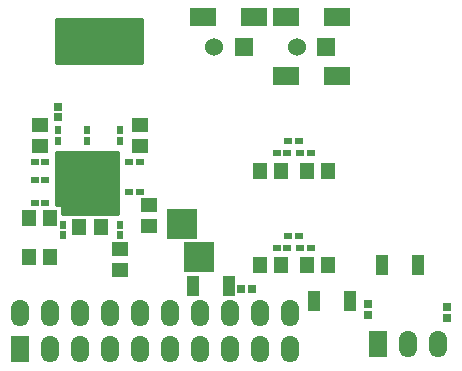
<source format=gbs>
%FSLAX46Y46*%
G04 Gerber Fmt 4.6, Leading zero omitted, Abs format (unit mm)*
G04 Created by KiCad (PCBNEW (2014-10-29 BZR 5235)-product) date 10/30/2014 4:03:03 PM*
%MOMM*%
G01*
G04 APERTURE LIST*
%ADD10C,0.100000*%
%ADD11R,1.050000X1.800000*%
%ADD12R,1.524000X1.524000*%
%ADD13C,1.524000*%
%ADD14R,2.300000X1.500000*%
%ADD15R,1.524000X2.286000*%
%ADD16O,1.524000X2.286000*%
%ADD17R,0.650000X0.600000*%
%ADD18R,0.600000X0.650000*%
%ADD19R,1.150000X1.450000*%
%ADD20R,1.450000X1.150000*%
%ADD21R,0.700000X0.650000*%
%ADD22R,0.650000X0.700000*%
%ADD23R,2.500000X2.500000*%
%ADD24C,0.254000*%
G04 APERTURE END LIST*
D10*
D11*
X165000000Y-92750000D03*
X162000000Y-92750000D03*
D12*
X173249680Y-72500000D03*
D13*
X170750320Y-72500000D03*
D14*
X169850000Y-70000000D03*
X174150000Y-70000000D03*
D15*
X177640000Y-97630000D03*
D16*
X180180000Y-97630000D03*
X182720000Y-97630000D03*
X160020000Y-94996000D03*
X162560000Y-94996000D03*
X165100000Y-94996000D03*
X167640000Y-94996000D03*
X167640000Y-98044000D03*
X165100000Y-98044000D03*
X162560000Y-98044000D03*
X160020000Y-98044000D03*
X170180000Y-98044000D03*
X170180000Y-94996000D03*
X157480000Y-94996000D03*
X157480000Y-98044000D03*
D15*
X147320000Y-98044000D03*
D16*
X149860000Y-98044000D03*
X152400000Y-98044000D03*
X154940000Y-98044000D03*
X154940000Y-94996000D03*
X152400000Y-94996000D03*
X149860000Y-94996000D03*
X147320000Y-94996000D03*
D12*
X166249680Y-72500000D03*
D13*
X163750320Y-72500000D03*
D17*
X148550000Y-85750000D03*
X149450000Y-85750000D03*
X148550000Y-83750000D03*
X149450000Y-83750000D03*
X148550000Y-82250000D03*
X149450000Y-82250000D03*
D18*
X150500000Y-79550000D03*
X150500000Y-80450000D03*
X153000000Y-79550000D03*
X153000000Y-80450000D03*
X155750000Y-79550000D03*
X155750000Y-80450000D03*
D17*
X157450000Y-82250000D03*
X156550000Y-82250000D03*
D18*
X151000000Y-88450000D03*
X151000000Y-87550000D03*
D17*
X157450000Y-84750000D03*
X156550000Y-84750000D03*
D18*
X155750000Y-88450000D03*
X155750000Y-87550000D03*
D19*
X148100000Y-87000000D03*
X149900000Y-87000000D03*
D20*
X149000000Y-80900000D03*
X149000000Y-79100000D03*
X155750000Y-89600000D03*
X155750000Y-91400000D03*
X157500000Y-79100000D03*
X157500000Y-80900000D03*
D19*
X152350000Y-87750000D03*
X154150000Y-87750000D03*
D20*
X158250000Y-85850000D03*
X158250000Y-87650000D03*
D19*
X148100000Y-90250000D03*
X149900000Y-90250000D03*
D17*
X170050000Y-80500000D03*
X170950000Y-80500000D03*
X169050000Y-81500000D03*
X169950000Y-81500000D03*
X171050000Y-81500000D03*
X171950000Y-81500000D03*
D19*
X167600000Y-83000000D03*
X169400000Y-83000000D03*
D17*
X170050000Y-88500000D03*
X170950000Y-88500000D03*
X169050000Y-89500000D03*
X169950000Y-89500000D03*
X171050000Y-89500000D03*
X171950000Y-89500000D03*
D19*
X167600000Y-91000000D03*
X169400000Y-91000000D03*
D21*
X150500000Y-78450000D03*
X150500000Y-77550000D03*
X176750000Y-94300000D03*
X176750000Y-95200000D03*
X183500000Y-94550000D03*
X183500000Y-95450000D03*
D22*
X166050000Y-93000000D03*
X166950000Y-93000000D03*
D23*
X161000000Y-87500000D03*
X162500000Y-90250000D03*
D19*
X171600000Y-83000000D03*
X173400000Y-83000000D03*
X171600000Y-91000000D03*
X173400000Y-91000000D03*
D14*
X167150000Y-70000000D03*
X162850000Y-70000000D03*
X174150000Y-75000000D03*
X169850000Y-75000000D03*
D11*
X175250000Y-94000000D03*
X172250000Y-94000000D03*
X181000000Y-91000000D03*
X178000000Y-91000000D03*
D24*
G36*
X155623000Y-86623000D02*
X150877000Y-86623000D01*
X150877000Y-85873000D01*
X150377000Y-85873000D01*
X150377000Y-81377000D01*
X155623000Y-81377000D01*
X155623000Y-86623000D01*
X155623000Y-86623000D01*
G37*
X155623000Y-86623000D02*
X150877000Y-86623000D01*
X150877000Y-85873000D01*
X150377000Y-85873000D01*
X150377000Y-81377000D01*
X155623000Y-81377000D01*
X155623000Y-86623000D01*
G36*
X157623000Y-73873000D02*
X150500000Y-73873000D01*
X150377000Y-73873000D01*
X150377000Y-70127000D01*
X157623000Y-70127000D01*
X157623000Y-73873000D01*
X157623000Y-73873000D01*
G37*
X157623000Y-73873000D02*
X150500000Y-73873000D01*
X150377000Y-73873000D01*
X150377000Y-70127000D01*
X157623000Y-70127000D01*
X157623000Y-73873000D01*
M02*

</source>
